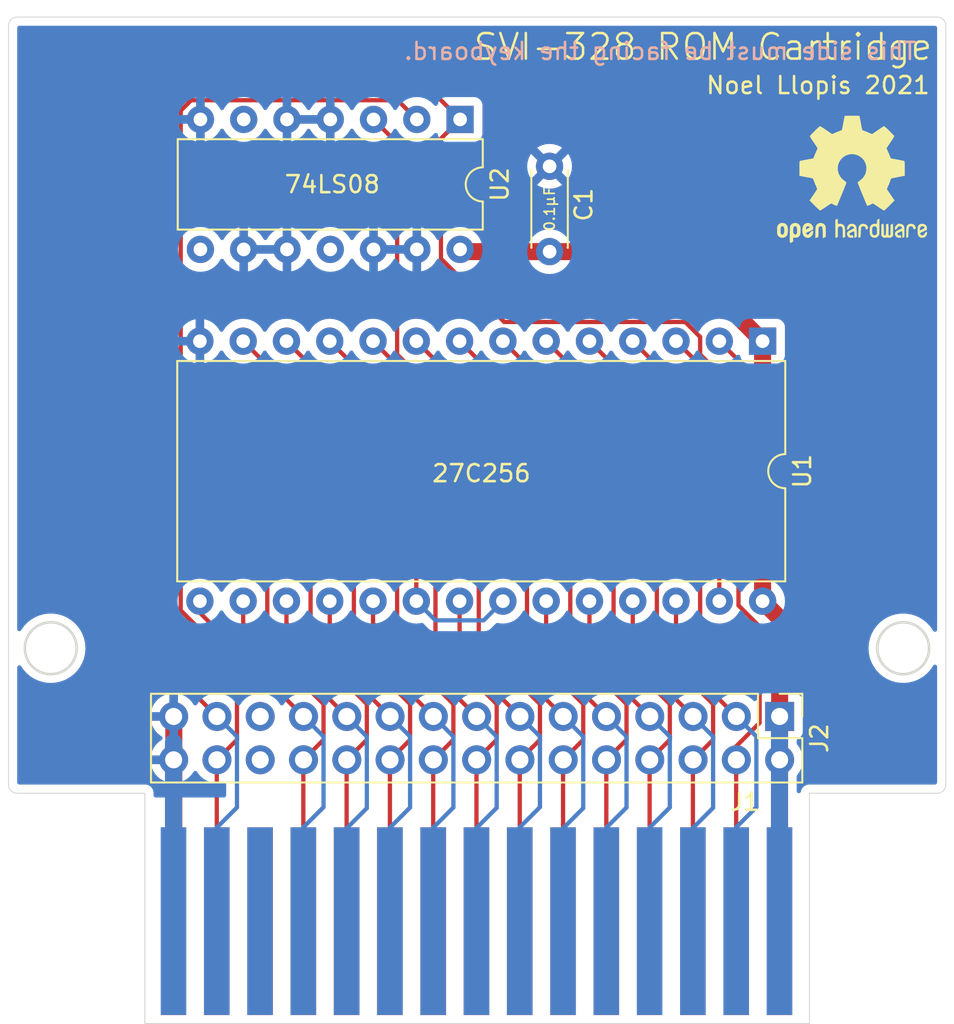
<source format=kicad_pcb>
(kicad_pcb (version 20211014) (generator pcbnew)
  (layers (0 "F.Cu" signal) (31 "B.Cu" signal) (34 "B.Paste" user) (35 "F.Paste" user) (36 "B.SilkS" user "B.Silkscreen") (37 "F.SilkS" user "F.Silkscreen") (38 "B.Mask" user) (39 "F.Mask" user) (44 "Edge.Cuts" user))
  (net 0 "")
  (net 1 "Net-(J1-Pad26)")
  (net 2 "Net-(J1-Pad25)")
  (net 3 "A0")
  (net 4 "A10")
  (net 5 "A3")
  (net 6 "A4")
  (net 7 "A5")
  (net 8 "A6")
  (net 9 "A7")
  (net 10 "VCC")
  (net 11 "CS2")
  (net 12 "CS1")
  (net 13 "GND")
  (net 14 "D2")
  (net 15 "A13")
  (net 16 "D1")
  (net 17 "A8")
  (net 18 "D0")
  (net 19 "A9")
  (net 20 "A11")
  (net 21 "A1")
  (net 22 "A2")
  (net 23 "D7")
  (net 24 "D6")
  (net 25 "D5")
  (net 26 "D4")
  (net 27 "A12")
  (net 28 "D3")
  (net 29 "Net-(U1-Pad20)")
  (net 30 "Net-(J2-Pad26)")
  (net 31 "Net-(J2-Pad25)")
  (net 32 "Net-(U2-Pad8)")
  (net 33 "Net-(U2-Pad11)")
  (net 34 "Net-(U2-Pad6)")
  (footprint "svi328:svi328_cartridge" (layer "F.Cu") (at 134.46 98.127)
    (fp_text reference "J1" (at 15.748 -7.112) (layer "F.SilkS"))
    (fp_text value "Conn_02x15_Odd_Even")
    (pad "1" connect rect locked (at 17.78 -0.127) (size 1.5 11) (layers "B.Cu" "B.Mask") (net 10 "VCC"))
    (pad "2" connect rect locked (at 17.78 -0.127) (size 1.5 11) (layers "F.Cu" "F.Mask") (net 10 "VCC"))
    (pad "3" connect rect locked (at 15.24 -0.127) (size 1.5 11) (layers "B.Cu" "B.Mask") (net 9 "A7"))
    (pad "4" connect rect locked (at 15.24 -0.127) (size 1.5 11) (layers "F.Cu" "F.Mask") (net 27 "A12"))
    (pad "5" connect rect locked (at 12.7 -0.127) (size 1.5 11) (layers "B.Cu" "B.Mask") (net 8 "A6"))
    (pad "6" connect rect locked (at 12.7 -0.127) (size 1.5 11) (layers "F.Cu" "F.Mask") (net 15 "A13"))
    (pad "7" connect rect locked (at 10.16 -0.127) (size 1.5 11) (layers "B.Cu" "B.Mask") (net 7 "A5"))
    (pad "8" connect rect locked (at 10.16 -0.127) (size 1.5 11) (layers "F.Cu" "F.Mask") (net 17 "A8"))
    (pad "9" connect rect locked (at 7.62 -0.127) (size 1.5 11) (layers "B.Cu" "B.Mask") (net 6 "A4"))
    (pad "10" connect rect locked (at 7.62 -0.127) (size 1.5 11) (layers "F.Cu" "F.Mask") (net 19 "A9"))
    (pad "11" connect rect locked (at 5.08 -0.127) (size 1.5 11) (layers "B.Cu" "B.Mask") (net 5 "A3"))
    (pad "12" connect rect locked (at 5.08 -0.127) (size 1.5 11) (layers "F.Cu" "F.Mask") (net 20 "A11"))
    (pad "13" connect rect locked (at 2.54 -0.127) (size 1.5 11) (layers "B.Cu" "B.Mask") (net 4 "A10"))
    (pad "14" connect rect locked (at 2.54 -0.127) (size 1.5 11) (layers "F.Cu" "F.Mask") (net 22 "A2"))
    (pad "15" connect rect locked (at 0 -0.127) (size 1.5 11) (layers "B.Cu" "B.Mask") (net 3 "A0"))
    (pad "16" connect rect locked (at 0 -0.127) (size 1.5 11) (layers "F.Cu" "F.Mask") (net 21 "A1"))
    (pad "17" connect rect locked (at -2.54 -0.127) (size 1.5 11) (layers "B.Cu" "B.Mask") (net 18 "D0"))
    (pad "18" connect rect locked (at -2.54 -0.127) (size 1.5 11) (layers "F.Cu" "F.Mask") (net 23 "D7"))
    (pad "19" connect rect locked (at -5.08 -0.127) (size 1.5 11) (layers "B.Cu" "B.Mask") (net 16 "D1"))
    (pad "20" connect rect locked (at -5.08 -0.127) (size 1.5 11) (layers "F.Cu" "F.Mask") (net 24 "D6"))
    (pad "21" connect rect locked (at -7.62 -0.127) (size 1.5 11) (layers "B.Cu" "B.Mask") (net 14 "D2"))
    (pad "22" connect rect locked (at -7.62 -0.127) (size 1.5 11) (layers "F.Cu" "F.Mask") (net 25 "D5"))
    (pad "23" connect rect locked (at -10.16 -0.127) (size 1.5 11) (layers "B.Cu" "B.Mask") (net 28 "D3"))
    (pad "24" connect rect locked (at -10.16 -0.127) (size 1.5 11) (layers "F.Cu" "F.Mask") (net 26 "D4"))
    (pad "25" connect rect locked (at -12.7 -0.127) (size 1.5 11) (layers "B.Cu" "B.Mask") (net 2 "Net-(J1-Pad25)"))
    (pad "26" connect rect locked (at -12.7 -0.127) (size 1.5 11) (layers "F.Cu" "F.Mask") (net 1 "Net-(J1-Pad26)"))
    (pad "27" connect rect locked (at -15.24 -0.127) (size 1.5 11) (layers "B.Cu" "B.Mask") (net 12 "CS1"))
    (pad "28" connect rect locked (at -15.24 -0.127) (size 1.5 11) (layers "F.Cu" "F.Mask") (net 11 "CS2"))
    (pad "29" connect rect locked (at -17.78 -0.127) (size 1.5 11) (layers "B.Cu" "B.Mask") (net 13 "GND"))
    (pad "30" connect rect locked (at -17.78 -0.127) (size 1.5 11) (layers "F.Cu" "F.Mask") (net 13 "GND"))
  )
  (footprint "Package_DIP:DIP-14_W7.62mm" (layer "F.Cu") (at 133.5 51 -90)
    (fp_text reference "U2" (at 3.81 -2.33 90) (layer "F.SilkS"))
    (fp_text value "74LS08" (at 3.81 7.5 180) (layer "F.SilkS"))
    (pad "1" thru_hole rect locked (at 0 0 270) (size 1.6 1.6) (drill 0.8) (layers *.Cu *.Mask) (net 12 "CS1"))
    (pad "2" thru_hole oval locked (at 0 2.54 270) (size 1.6 1.6) (drill 0.8) (layers *.Cu *.Mask) (net 11 "CS2"))
    (pad "3" thru_hole oval locked (at 0 5.08 270) (size 1.6 1.6) (drill 0.8) (layers *.Cu *.Mask) (net 29 "Net-(U1-Pad20)"))
    (pad "4" thru_hole oval locked (at 0 7.62 270) (size 1.6 1.6) (drill 0.8) (layers *.Cu *.Mask) (net 13 "GND"))
    (pad "5" thru_hole oval locked (at 0 10.16 270) (size 1.6 1.6) (drill 0.8) (layers *.Cu *.Mask) (net 13 "GND"))
    (pad "6" thru_hole oval locked (at 0 12.7 270) (size 1.6 1.6) (drill 0.8) (layers *.Cu *.Mask) (net 34 "Net-(U2-Pad6)"))
    (pad "7" thru_hole oval locked (at 0 15.24 270) (size 1.6 1.6) (drill 0.8) (layers *.Cu *.Mask) (net 13 "GND"))
    (pad "8" thru_hole oval locked (at 7.62 15.24 270) (size 1.6 1.6) (drill 0.8) (layers *.Cu *.Mask) (net 32 "Net-(U2-Pad8)"))
    (pad "9" thru_hole oval locked (at 7.62 12.7 270) (size 1.6 1.6) (drill 0.8) (layers *.Cu *.Mask) (net 13 "GND"))
    (pad "10" thru_hole oval locked (at 7.62 10.16 270) (size 1.6 1.6) (drill 0.8) (layers *.Cu *.Mask) (net 13 "GND"))
    (pad "11" thru_hole oval locked (at 7.62 7.62 270) (size 1.6 1.6) (drill 0.8) (layers *.Cu *.Mask) (net 33 "Net-(U2-Pad11)"))
    (pad "12" thru_hole oval locked (at 7.62 5.08 270) (size 1.6 1.6) (drill 0.8) (layers *.Cu *.Mask) (net 13 "GND"))
    (pad "13" thru_hole oval locked (at 7.62 2.54 270) (size 1.6 1.6) (drill 0.8) (layers *.Cu *.Mask) (net 13 "GND"))
    (pad "14" thru_hole oval locked (at 7.62 0 270) (size 1.6 1.6) (drill 0.8) (layers *.Cu *.Mask) (net 10 "VCC"))
  )
  (footprint "Package_DIP:DIP-28_W15.24mm" (layer "F.Cu") (at 151.25 64 -90)
    (fp_text reference "U1" (at 7.62 -2.33 90) (layer "F.SilkS"))
    (fp_text value "27C256" (at 7.75 16.5 180) (layer "F.SilkS"))
    (pad "1" thru_hole rect locked (at 0 0 270) (size 1.6 1.6) (drill 0.8) (layers *.Cu *.Mask) (net 10 "VCC"))
    (pad "2" thru_hole oval locked (at 0 2.54 270) (size 1.6 1.6) (drill 0.8) (layers *.Cu *.Mask) (net 27 "A12"))
    (pad "3" thru_hole oval locked (at 0 5.08 270) (size 1.6 1.6) (drill 0.8) (layers *.Cu *.Mask) (net 9 "A7"))
    (pad "4" thru_hole oval locked (at 0 7.62 270) (size 1.6 1.6) (drill 0.8) (layers *.Cu *.Mask) (net 8 "A6"))
    (pad "5" thru_hole oval locked (at 0 10.16 270) (size 1.6 1.6) (drill 0.8) (layers *.Cu *.Mask) (net 7 "A5"))
    (pad "6" thru_hole oval locked (at 0 12.7 270) (size 1.6 1.6) (drill 0.8) (layers *.Cu *.Mask) (net 6 "A4"))
    (pad "7" thru_hole oval locked (at 0 15.24 270) (size 1.6 1.6) (drill 0.8) (layers *.Cu *.Mask) (net 5 "A3"))
    (pad "8" thru_hole oval locked (at 0 17.78 270) (size 1.6 1.6) (drill 0.8) (layers *.Cu *.Mask) (net 22 "A2"))
    (pad "9" thru_hole oval locked (at 0 20.32 270) (size 1.6 1.6) (drill 0.8) (layers *.Cu *.Mask) (net 21 "A1"))
    (pad "10" thru_hole oval locked (at 0 22.86 270) (size 1.6 1.6) (drill 0.8) (layers *.Cu *.Mask) (net 3 "A0"))
    (pad "11" thru_hole oval locked (at 0 25.4 270) (size 1.6 1.6) (drill 0.8) (layers *.Cu *.Mask) (net 18 "D0"))
    (pad "12" thru_hole oval locked (at 0 27.94 270) (size 1.6 1.6) (drill 0.8) (layers *.Cu *.Mask) (net 16 "D1"))
    (pad "13" thru_hole oval locked (at 0 30.48 270) (size 1.6 1.6) (drill 0.8) (layers *.Cu *.Mask) (net 14 "D2"))
    (pad "14" thru_hole oval locked (at 0 33.02 270) (size 1.6 1.6) (drill 0.8) (layers *.Cu *.Mask) (net 13 "GND"))
    (pad "15" thru_hole oval locked (at 15.24 33.02 270) (size 1.6 1.6) (drill 0.8) (layers *.Cu *.Mask) (net 28 "D3"))
    (pad "16" thru_hole oval locked (at 15.24 30.48 270) (size 1.6 1.6) (drill 0.8) (layers *.Cu *.Mask) (net 26 "D4"))
    (pad "17" thru_hole oval locked (at 15.24 27.94 270) (size 1.6 1.6) (drill 0.8) (layers *.Cu *.Mask) (net 25 "D5"))
    (pad "18" thru_hole oval locked (at 15.24 25.4 270) (size 1.6 1.6) (drill 0.8) (layers *.Cu *.Mask) (net 24 "D6"))
    (pad "19" thru_hole oval locked (at 15.24 22.86 270) (size 1.6 1.6) (drill 0.8) (layers *.Cu *.Mask) (net 23 "D7"))
    (pad "20" thru_hole oval locked (at 15.24 20.32 270) (size 1.6 1.6) (drill 0.8) (layers *.Cu *.Mask) (net 29 "Net-(U1-Pad20)"))
    (pad "21" thru_hole oval locked (at 15.24 17.78 270) (size 1.6 1.6) (drill 0.8) (layers *.Cu *.Mask) (net 4 "A10"))
    (pad "22" thru_hole oval locked (at 15.24 15.24 270) (size 1.6 1.6) (drill 0.8) (layers *.Cu *.Mask) (net 29 "Net-(U1-Pad20)"))
    (pad "23" thru_hole oval locked (at 15.24 12.7 270) (size 1.6 1.6) (drill 0.8) (layers *.Cu *.Mask) (net 20 "A11"))
    (pad "24" thru_hole oval locked (at 15.24 10.16 270) (size 1.6 1.6) (drill 0.8) (layers *.Cu *.Mask) (net 19 "A9"))
    (pad "25" thru_hole oval locked (at 15.24 7.62 270) (size 1.6 1.6) (drill 0.8) (layers *.Cu *.Mask) (net 17 "A8"))
    (pad "26" thru_hole oval locked (at 15.24 5.08 270) (size 1.6 1.6) (drill 0.8) (layers *.Cu *.Mask) (net 15 "A13"))
    (pad "27" thru_hole oval locked (at 15.24 2.54 270) (size 1.6 1.6) (drill 0.8) (layers *.Cu *.Mask) (net 12 "CS1"))
    (pad "28" thru_hole oval locked (at 15.24 0 270) (size 1.6 1.6) (drill 0.8) (layers *.Cu *.Mask) (net 10 "VCC"))
  )
  (footprint "Capacitor_THT:C_Disc_D4.3mm_W1.9mm_P5.00mm" (layer "F.Cu") (at 138.75 58.75 90)
    (fp_text reference "C1" (at 2.75 2 90) (layer "F.SilkS"))
    (fp_text value "0.1µF" (at 2.5 0 90) (layer "F.SilkS") (effects (font (size 0.6 0.6) (thickness 0.1))))
    (pad "1" thru_hole circle locked (at 0 0 90) (size 1.6 1.6) (drill 0.8) (layers *.Cu *.Mask) (net 10 "VCC"))
    (pad "2" thru_hole circle locked (at 5 0 90) (size 1.6 1.6) (drill 0.8) (layers *.Cu *.Mask) (net 13 "GND"))
  )
  (footprint "Symbol:OSHW-Logo2_9.8x8mm_SilkScreen" (layer "F.Cu") (at 156.5 54.5)
    (fp_text reference "REF**" hide)
    (fp_text value "OSHW-Logo2_9.8x8mm_SilkScreen" hide)
  )
  (footprint "Connector_PinHeader_2.54mm:PinHeader_2x15_P2.54mm_Vertical" (layer "F.Cu") (at 152.25 86 -90)
    (fp_text reference "J2" (at 1.27 -2.33 90) (layer "F.SilkS"))
    (fp_text value "Conn_02x15_Odd_Even")
    (pad "1" thru_hole rect locked (at 0 0 270) (size 1.7 1.7) (drill 1) (layers *.Cu *.Mask) (net 10 "VCC"))
    (pad "2" thru_hole oval locked (at 2.54 0 270) (size 1.7 1.7) (drill 1) (layers *.Cu *.Mask) (net 10 "VCC"))
    (pad "3" thru_hole oval locked (at 0 2.54 270) (size 1.7 1.7) (drill 1) (layers *.Cu *.Mask) (net 9 "A7"))
    (pad "4" thru_hole oval locked (at 2.54 2.54 270) (size 1.7 1.7) (drill 1) (layers *.Cu *.Mask) (net 27 "A12"))
    (pad "5" thru_hole oval locked (at 0 5.08 270) (size 1.7 1.7) (drill 1) (layers *.Cu *.Mask) (net 8 "A6"))
    (pad "6" thru_hole oval locked (at 2.54 5.08 270) (size 1.7 1.7) (drill 1) (layers *.Cu *.Mask) (net 15 "A13"))
    (pad "7" thru_hole oval locked (at 0 7.62 270) (size 1.7 1.7) (drill 1) (layers *.Cu *.Mask) (net 7 "A5"))
    (pad "8" thru_hole oval locked (at 2.54 7.62 270) (size 1.7 1.7) (drill 1) (layers *.Cu *.Mask) (net 17 "A8"))
    (pad "9" thru_hole oval locked (at 0 10.16 270) (size 1.7 1.7) (drill 1) (layers *.Cu *.Mask) (net 6 "A4"))
    (pad "10" thru_hole oval locked (at 2.54 10.16 270) (size 1.7 1.7) (drill 1) (layers *.Cu *.Mask) (net 19 "A9"))
    (pad "11" thru_hole oval locked (at 0 12.7 270) (size 1.7 1.7) (drill 1) (layers *.Cu *.Mask) (net 5 "A3"))
    (pad "12" thru_hole oval locked (at 2.54 12.7 270) (size 1.7 1.7) (drill 1) (layers *.Cu *.Mask) (net 20 "A11"))
    (pad "13" thru_hole oval locked (at 0 15.24 270) (size 1.7 1.7) (drill 1) (layers *.Cu *.Mask) (net 4 "A10"))
    (pad "14" thru_hole oval locked (at 2.54 15.24 270) (size 1.7 1.7) (drill 1) (layers *.Cu *.Mask) (net 22 "A2"))
    (pad "15" thru_hole oval locked (at 0 17.78 270) (size 1.7 1.7) (drill 1) (layers *.Cu *.Mask) (net 3 "A0"))
    (pad "16" thru_hole oval locked (at 2.54 17.78 270) (size 1.7 1.7) (drill 1) (layers *.Cu *.Mask) (net 21 "A1"))
    (pad "17" thru_hole oval locked (at 0 20.32 270) (size 1.7 1.7) (drill 1) (layers *.Cu *.Mask) (net 18 "D0"))
    (pad "18" thru_hole oval locked (at 2.54 20.32 270) (size 1.7 1.7) (drill 1) (layers *.Cu *.Mask) (net 23 "D7"))
    (pad "19" thru_hole oval locked (at 0 22.86 270) (size 1.7 1.7) (drill 1) (layers *.Cu *.Mask) (net 16 "D1"))
    (pad "20" thru_hole oval locked (at 2.54 22.86 270) (size 1.7 1.7) (drill 1) (layers *.Cu *.Mask) (net 24 "D6"))
    (pad "21" thru_hole oval locked (at 0 25.4 270) (size 1.7 1.7) (drill 1) (layers *.Cu *.Mask) (net 14 "D2"))
    (pad "22" thru_hole oval locked (at 2.54 25.4 270) (size 1.7 1.7) (drill 1) (layers *.Cu *.Mask) (net 25 "D5"))
    (pad "23" thru_hole oval locked (at 0 27.94 270) (size 1.7 1.7) (drill 1) (layers *.Cu *.Mask) (net 28 "D3"))
    (pad "24" thru_hole oval locked (at 2.54 27.94 270) (size 1.7 1.7) (drill 1) (layers *.Cu *.Mask) (net 26 "D4"))
    (pad "25" thru_hole oval locked (at 0 30.48 270) (size 1.7 1.7) (drill 1) (layers *.Cu *.Mask) (net 31 "Net-(J2-Pad25)"))
    (pad "26" thru_hole oval locked (at 2.54 30.48 270) (size 1.7 1.7) (drill 1) (layers *.Cu *.Mask) (net 30 "Net-(J2-Pad26)"))
    (pad "27" thru_hole oval locked (at 0 33.02 270) (size 1.7 1.7) (drill 1) (layers *.Cu *.Mask) (net 12 "CS1"))
    (pad "28" thru_hole oval locked (at 2.54 33.02 270) (size 1.7 1.7) (drill 1) (layers *.Cu *.Mask) (net 11 "CS2"))
    (pad "29" thru_hole oval locked (at 0 35.56 270) (size 1.7 1.7) (drill 1) (layers *.Cu *.Mask) (net 13 "GND"))
    (pad "30" thru_hole oval locked (at 2.54 35.56 270) (size 1.7 1.7) (drill 1) (layers *.Cu *.Mask) (net 13 "GND"))
  )
  (gr_line (start 161.5 90.5) (end 154 90.5) (layer "Edge.Cuts") (width 0.05))
  (gr_circle (center 159.5 82) (end 161.020691 82) (layer "Edge.Cuts") (width 0.15) (fill none))
  (gr_line (start 154 104) (end 154 90.5) (layer "Edge.Cuts") (width 0.05))
  (gr_line (start 115 104) (end 115 90.5) (layer "Edge.Cuts") (width 0.05))
  (gr_arc (start 162 90) (mid 161.853553 90.353553) (end 161.5 90.5) (layer "Edge.Cuts") (width 0.05))
  (gr_line (start 107.5 45) (end 161.5 45) (layer "Edge.Cuts") (width 0.05))
  (gr_line (start 107 90) (end 107 45.5) (layer "Edge.Cuts") (width 0.05))
  (gr_line (start 115 90.5) (end 107.5 90.5) (layer "Edge.Cuts") (width 0.05))
  (gr_circle (center 109.479309 82) (end 111 82) (layer "Edge.Cuts") (width 0.15) (fill none))
  (gr_arc (start 161.5 45) (mid 161.853553 45.146447) (end 162 45.5) (layer "Edge.Cuts") (width 0.05))
  (gr_arc (start 107 45.5) (mid 107.146447 45.146447) (end 107.5 45) (layer "Edge.Cuts") (width 0.05))
  (gr_line (start 115 104) (end 154 104) (layer "Edge.Cuts") (width 0.05))
  (gr_line (start 162 45.5) (end 162 90) (layer "Edge.Cuts") (width 0.05))
  (gr_arc (start 107.5 90.5) (mid 107.146447 90.353553) (end 107 90) (layer "Edge.Cuts") (width 0.05))
  (gr_text "This side must be facing the keyboard." (at 145.25 47) (layer "B.SilkS") (effects (font (size 1 1)) (justify mirror)))
  (gr_text "SVI-328 ROM Cartridge" (at 147.75 46.75) (layer "F.SilkS") (effects (font (size 1.5 1.5))))
  (gr_text "Noel Llopis 2021" (at 154.5 49) (layer "F.SilkS") (effects (font (size 1 1))))
  (segment (start 129.804999 81.334999) (end 129.804999 65.414999) (width 0.25) (layer "F.Cu") (net 3))
  (segment (start 129.804999 65.414999) (end 128.39 64) (width 0.25) (layer "F.Cu") (net 3))
  (segment (start 134.47 86) (end 129.804999 81.334999) (width 0.25) (layer "F.Cu") (net 3))
  (segment (start 135.645001 91.354999) (end 135.645001 87.175001) (width 0.25) (layer "B.Cu") (net 3))
  (segment (start 134.46 98) (end 134.46 92.54) (width 0.25) (layer "B.Cu") (net 3))
  (segment (start 135.645001 87.175001) (end 134.47 86) (width 0.25) (layer "B.Cu") (net 3))
  (segment (start 134.46 92.54) (end 135.645001 91.354999) (width 0.25) (layer "B.Cu") (net 3))
  (segment (start 137.01 86) (end 133.47 82.46) (width 0.25) (layer "F.Cu") (net 4))
  (segment (start 133.47 82.46) (end 133.47 79.24) (width 0.25) (layer "F.Cu") (net 4))
  (segment (start 138.185001 91.314999) (end 138.185001 87.175001) (width 0.25) (layer "B.Cu") (net 4))
  (segment (start 138.185001 87.175001) (end 137.01 86) (width 0.25) (layer "B.Cu") (net 4))
  (segment (start 137 98) (end 137 92.5) (width 0.25) (layer "B.Cu") (net 4))
  (segment (start 137 92.5) (end 138.185001 91.314999) (width 0.25) (layer "B.Cu") (net 4))
  (segment (start 137.424999 83.874999) (end 137.424999 65.414999) (width 0.25) (layer "F.Cu") (net 5))
  (segment (start 137.424999 65.414999) (end 136.01 64) (width 0.25) (layer "F.Cu") (net 5))
  (segment (start 139.55 86) (end 137.424999 83.874999) (width 0.25) (layer "F.Cu") (net 5))
  (segment (start 139.54 98) (end 139.54 92.56) (width 0.25) (layer "B.Cu") (net 5))
  (segment (start 140.725001 87.175001) (end 139.55 86) (width 0.25) (layer "B.Cu") (net 5))
  (segment (start 139.54 92.56) (end 140.725001 91.374999) (width 0.25) (layer "B.Cu") (net 5))
  (segment (start 140.725001 91.374999) (end 140.725001 87.175001) (width 0.25) (layer "B.Cu") (net 5))
  (segment (start 142.09 86) (end 139.964999 83.874999) (width 0.25) (layer "F.Cu") (net 6))
  (segment (start 139.964999 83.874999) (end 139.964999 65.414999) (width 0.25) (layer "F.Cu") (net 6))
  (segment (start 139.964999 65.414999) (end 138.55 64) (width 0.25) (layer "F.Cu") (net 6))
  (segment (start 142.08 92.52) (end 143.265001 91.334999) (width 0.25) (layer "B.Cu") (net 6))
  (segment (start 142.08 98) (end 142.08 92.52) (width 0.25) (layer "B.Cu") (net 6))
  (segment (start 143.265001 91.334999) (end 143.265001 87.175001) (width 0.25) (layer "B.Cu") (net 6))
  (segment (start 143.265001 87.175001) (end 142.09 86) (width 0.25) (layer "B.Cu") (net 6))
  (segment (start 142.504999 83.874999) (end 142.504999 65.414999) (width 0.25) (layer "F.Cu") (net 7))
  (segment (start 142.504999 65.414999) (end 141.09 64) (width 0.25) (layer "F.Cu") (net 7))
  (segment (start 144.63 86) (end 142.504999 83.874999) (width 0.25) (layer "F.Cu") (net 7))
  (segment (start 144.62 92.52) (end 145.805001 91.334999) (width 0.25) (layer "B.Cu") (net 7))
  (segment (start 145.805001 87.175001) (end 144.63 86) (width 0.25) (layer "B.Cu") (net 7))
  (segment (start 145.805001 91.334999) (end 145.805001 87.175001) (width 0.25) (layer "B.Cu") (net 7))
  (segment (start 144.62 98) (end 144.62 92.52) (width 0.25) (layer "B.Cu") (net 7))
  (segment (start 145.044999 83.874999) (end 145.044999 65.414999) (width 0.25) (layer "F.Cu") (net 8))
  (segment (start 147.17 86) (end 145.044999 83.874999) (width 0.25) (layer "F.Cu") (net 8))
  (segment (start 145.044999 65.414999) (end 143.63 64) (width 0.25) (layer "F.Cu") (net 8))
  (segment (start 148.345001 91.354999) (end 148.345001 87.175001) (width 0.25) (layer "B.Cu") (net 8))
  (segment (start 147.16 98) (end 147.16 92.54) (width 0.25) (layer "B.Cu") (net 8))
  (segment (start 148.345001 87.175001) (end 147.17 86) (width 0.25) (layer "B.Cu") (net 8))
  (segment (start 147.16 92.54) (end 148.345001 91.354999) (width 0.25) (layer "B.Cu") (net 8))
  (segment (start 147.584999 83.874999) (end 147.584999 65.414999) (width 0.25) (layer "F.Cu") (net 9))
  (segment (start 147.584999 65.414999) (end 146.17 64) (width 0.25) (layer "F.Cu") (net 9))
  (segment (start 149.71 86) (end 147.584999 83.874999) (width 0.25) (layer "F.Cu") (net 9))
  (segment (start 150.885001 91.314999) (end 150.885001 87.175001) (width 0.25) (layer "B.Cu") (net 9))
  (segment (start 149.7 98) (end 149.7 92.5) (width 0.25) (layer "B.Cu") (net 9))
  (segment (start 149.7 92.5) (end 150.885001 91.314999) (width 0.25) (layer "B.Cu") (net 9))
  (segment (start 150.885001 87.175001) (end 149.71 86) (width 0.25) (layer "B.Cu") (net 9))
  (segment (start 152.25 87.5) (end 152.25 80.24) (width 1) (layer "F.Cu") (net 10))
  (segment (start 152.24 98) (end 152.24 87.51) (width 1) (layer "F.Cu") (net 10))
  (segment (start 152.24 86.01) (end 152.25 86) (width 0.25) (layer "F.Cu") (net 10))
  (segment (start 152.25 80.24) (end 151.25 79.24) (width 1) (layer "F.Cu") (net 10))
  (segment (start 146 58.75) (end 138.75 58.75) (width 1) (layer "F.Cu") (net 10))
  (segment (start 138.75 58.75) (end 133.63 58.75) (width 1) (layer "F.Cu") (net 10))
  (segment (start 133.63 58.75) (end 133.5 58.62) (width 0.25) (layer "F.Cu") (net 10))
  (segment (start 151.25 64) (end 146 58.75) (width 1) (layer "F.Cu") (net 10))
  (segment (start 151.25 79.24) (end 151.25 64) (width 1) (layer "F.Cu") (net 10))
  (segment (start 152.24 88.55) (end 152.25 88.54) (width 0.25) (layer "B.Cu") (net 10))
  (segment (start 133.63 58.75) (end 133.5 58.62) (width 0.25) (layer "B.Cu") (net 10))
  (segment (start 152.24 98) (end 152.24 86.01) (width 1) (layer "B.Cu") (net 10))
  (segment (start 152.24 86.01) (end 152.25 86) (width 0.25) (layer "B.Cu") (net 10))
  (segment (start 117.104999 79.780001) (end 117.104999 50.489999) (width 0.25) (layer "F.Cu") (net 11))
  (segment (start 117.104999 50.489999) (end 117.719999 49.874999) (width 0.25) (layer "F.Cu") (net 11))
  (segment (start 129.834999 49.874999) (end 130.96 51) (width 0.25) (layer "F.Cu") (net 11))
  (segment (start 119.22 98) (end 119.22 88.55) (width 0.25) (layer "F.Cu") (net 11))
  (segment (start 120.405001 83.080003) (end 117.104999 79.780001) (width 0.25) (layer "F.Cu") (net 11))
  (segment (start 117.719999 49.874999) (end 129.834999 49.874999) (width 0.25) (layer "F.Cu") (net 11))
  (segment (start 120.405001 87.364999) (end 120.405001 83.080003) (width 0.25) (layer "F.Cu") (net 11))
  (segment (start 119.23 88.54) (end 120.405001 87.364999) (width 0.25) (layer "F.Cu") (net 11))
  (segment (start 119.22 88.55) (end 119.23 88.54) (width 0.25) (layer "F.Cu") (net 11))
  (segment (start 117.533599 49.424989) (end 131.924989 49.424989) (width 0.25) (layer "F.Cu") (net 12))
  (segment (start 131.924989 49.424989) (end 133.5 51) (width 0.25) (layer "F.Cu") (net 12))
  (segment (start 132.374999 52.125001) (end 132.374999 59.160001) (width 0.25) (layer "F.Cu") (net 12))
  (segment (start 116.65499 83.42499) (end 116.65499 50.303598) (width 0.25) (layer "F.Cu") (net 12))
  (segment (start 133.5 51) (end 132.374999 52.125001) (width 0.25) (layer "F.Cu") (net 12))
  (segment (start 132.374999 59.160001) (end 136.089997 62.874999) (width 0.25) (layer "F.Cu") (net 12))
  (segment (start 147.584999 63.749997) (end 147.584999 64.778589) (width 0.25) (layer "F.Cu") (net 12))
  (segment (start 136.089997 62.874999) (end 146.710001 62.874999) (width 0.25) (layer "F.Cu") (net 12))
  (segment (start 119.23 86) (end 116.65499 83.42499) (width 0.25) (layer "F.Cu") (net 12))
  (segment (start 146.710001 62.874999) (end 147.584999 63.749997) (width 0.25) (layer "F.Cu") (net 12))
  (segment (start 148.71 65.90359) (end 148.71 79.24) (width 0.25) (layer "F.Cu") (net 12))
  (segment (start 147.584999 64.778589) (end 148.71 65.90359) (width 0.25) (layer "F.Cu") (net 12))
  (segment (start 116.65499 50.303598) (end 117.533599 49.424989) (width 0.25) (layer "F.Cu") (net 12))
  (segment (start 120.405001 87.175001) (end 119.23 86) (width 0.25) (layer "B.Cu") (net 12))
  (segment (start 120.405001 91.334999) (end 120.405001 87.175001) (width 0.25) (layer "B.Cu") (net 12))
  (segment (start 119.22 92.52) (end 120.405001 91.334999) (width 0.25) (layer "B.Cu") (net 12))
  (segment (start 119.22 98) (end 119.22 92.52) (width 0.25) (layer "B.Cu") (net 12))
  (segment (start 116.7 97.19) (end 116.7 86.7) (width 1) (layer "F.Cu") (net 13))
  (segment (start 116.68 86.01) (end 116.69 86) (width 0.25) (layer "F.Cu") (net 13))
  (segment (start 116.68 98) (end 116.68 87.51) (width 1) (layer "B.Cu") (net 13))
  (segment (start 116.68 86.01) (end 116.69 86) (width 0.25) (layer "B.Cu") (net 13))
  (segment (start 116.68 88.55) (end 116.69 88.54) (width 0.25) (layer "B.Cu") (net 13))
  (segment (start 122.184999 81.334999) (end 122.184999 65.414999) (width 0.25) (layer "F.Cu") (net 14))
  (segment (start 126.85 86) (end 122.184999 81.334999) (width 0.25) (layer "F.Cu") (net 14))
  (segment (start 122.184999 65.414999) (end 120.77 64) (width 0.25) (layer "F.Cu") (net 14))
  (segment (start 128.025001 87.175001) (end 126.85 86) (width 0.25) (layer "B.Cu") (net 14))
  (segment (start 128.025001 91.374999) (end 128.025001 87.175001) (width 0.25) (layer "B.Cu") (net 14))
  (segment (start 126.84 98) (end 126.84 92.56) (width 0.25) (layer "B.Cu") (net 14))
  (segment (start 126.84 92.56) (end 128.025001 91.374999) (width 0.25) (layer "B.Cu") (net 14))
  (segment (start 148.345001 85.275001) (end 146.17 83.1) (width 0.25) (layer "F.Cu") (net 15))
  (segment (start 147.17 88.54) (end 148.345001 87.364999) (width 0.25) (layer "F.Cu") (net 15))
  (segment (start 148.345001 87.364999) (end 148.345001 85.271411) (width 0.25) (layer "F.Cu") (net 15))
  (segment (start 147.16 98) (end 147.16 88.55) (width 0.25) (layer "F.Cu") (net 15))
  (segment (start 147.16 88.55) (end 147.17 88.54) (width 0.25) (layer "F.Cu") (net 15))
  (segment (start 146.17 83.1) (end 146.17 79.24) (width 0.25) (layer "F.Cu") (net 15))
  (segment (start 129.39 86) (end 124.724999 81.334999) (width 0.25) (layer "F.Cu") (net 16))
  (segment (start 124.724999 81.334999) (end 124.724999 65.414999) (width 0.25) (layer "F.Cu") (net 16))
  (segment (start 124.724999 65.414999) (end 123.31 64) (width 0.25) (layer "F.Cu") (net 16))
  (segment (start 130.565001 87.175001) (end 129.39 86) (width 0.25) (layer "B.Cu") (net 16))
  (segment (start 129.38 92.52) (end 130.565001 91.334999) (width 0.25) (layer "B.Cu") (net 16))
  (segment (start 129.38 98) (end 129.38 92.52) (width 0.25) (layer "B.Cu") (net 16))
  (segment (start 130.565001 91.334999) (end 130.565001 87.175001) (width 0.25) (layer "B.Cu") (net 16))
  (segment (start 144.62 98) (end 144.62 88.55) (width 0.25) (layer "F.Cu") (net 17))
  (segment (start 143.63 83.09641) (end 143.63 79.24) (width 0.25) (layer "F.Cu") (net 17))
  (segment (start 145.805001 87.364999) (end 145.805001 85.271411) (width 0.25) (layer "F.Cu") (net 17))
  (segment (start 145.805001 85.271411) (end 143.63 83.09641) (width 0.25) (layer "F.Cu") (net 17))
  (segment (start 144.63 88.54) (end 145.805001 87.364999) (width 0.25) (layer "F.Cu") (net 17))
  (segment (start 144.62 88.55) (end 144.63 88.54) (width 0.25) (layer "F.Cu") (net 17))
  (segment (start 127.264999 81.334999) (end 127.264999 65.414999) (width 0.25) (layer "F.Cu") (net 18))
  (segment (start 131.93 86) (end 127.264999 81.334999) (width 0.25) (layer "F.Cu") (net 18))
  (segment (start 127.264999 65.414999) (end 125.85 64) (width 0.25) (layer "F.Cu") (net 18))
  (segment (start 131.92 98) (end 131.92 92.52) (width 0.25) (layer "B.Cu") (net 18))
  (segment (start 133.105001 87.175001) (end 131.93 86) (width 0.25) (layer "B.Cu") (net 18))
  (segment (start 133.105001 91.334999) (end 133.105001 87.175001) (width 0.25) (layer "B.Cu") (net 18))
  (segment (start 131.92 92.52) (end 133.105001 91.334999) (width 0.25) (layer "B.Cu") (net 18))
  (segment (start 143.265001 87.364999) (end 143.265001 85.271411) (width 0.25) (layer "F.Cu") (net 19))
  (segment (start 143.265001 85.271411) (end 141.09 83.09641) (width 0.25) (layer "F.Cu") (net 19))
  (segment (start 142.08 88.55) (end 142.09 88.54) (width 0.25) (layer "F.Cu") (net 19))
  (segment (start 142.09 88.54) (end 143.265001 87.364999) (width 0.25) (layer "F.Cu") (net 19))
  (segment (start 141.09 83.09641) (end 141.09 79.24) (width 0.25) (layer "F.Cu") (net 19))
  (segment (start 142.08 98) (end 142.08 88.55) (width 0.25) (layer "F.Cu") (net 19))
  (segment (start 139.54 98) (end 139.54 88.55) (width 0.25) (layer "F.Cu") (net 20))
  (segment (start 139.54 88.55) (end 139.55 88.54) (width 0.25) (layer "F.Cu") (net 20))
  (segment (start 139.55 88.54) (end 140.725001 87.364999) (width 0.25) (layer "F.Cu") (net 20))
  (segment (start 138.55 83.09641) (end 138.55 79.24) (width 0.25) (layer "F.Cu") (net 20))
  (segment (start 140.725001 87.364999) (end 140.725001 85.271411) (width 0.25) (layer "F.Cu") (net 20))
  (segment (start 140.725001 85.271411) (end 138.55 83.09641) (width 0.25) (layer "F.Cu") (net 20))
  (segment (start 135.645001 85.271411) (end 132.055001 81.681411) (width 0.25) (layer "F.Cu") (net 21))
  (segment (start 134.46 98) (end 134.46 88.55) (width 0.25) (layer "F.Cu") (net 21))
  (segment (start 132.055001 65.125001) (end 130.93 64) (width 0.25) (layer "F.Cu") (net 21))
  (segment (start 132.055001 81.681411) (end 132.055001 65.125001) (width 0.25) (layer "F.Cu") (net 21))
  (segment (start 134.47 88.54) (end 135.645001 87.364999) (width 0.25) (layer "F.Cu") (net 21))
  (segment (start 135.645001 87.364999) (end 135.645001 85.271411) (width 0.25) (layer "F.Cu") (net 21))
  (segment (start 134.46 88.55) (end 134.47 88.54) (width 0.25) (layer "F.Cu") (net 21))
  (segment (start 137 88.55) (end 137.01 88.54) (width 0.25) (layer "F.Cu") (net 22))
  (segment (start 137.01 88.54) (end 138.185001 87.364999) (width 0.25) (layer "F.Cu") (net 22))
  (segment (start 134.595001 81.681411) (end 134.595001 65.125001) (width 0.25) (layer "F.Cu") (net 22))
  (segment (start 134.595001 65.125001) (end 133.47 64) (width 0.25) (layer "F.Cu") (net 22))
  (segment (start 138.185001 85.271411) (end 134.595001 81.681411) (width 0.25) (layer "F.Cu") (net 22))
  (segment (start 137 98) (end 137 88.55) (width 0.25) (layer "F.Cu") (net 22))
  (segment (start 138.185001 87.364999) (end 138.185001 85.271411) (width 0.25) (layer "F.Cu") (net 22))
  (segment (start 128.39 80.55641) (end 128.39 79.24) (width 0.25) (layer "F.Cu") (net 23))
  (segment (start 131.92 98) (end 131.92 88.55) (width 0.25) (layer "F.Cu") (net 23))
  (segment (start 133.105001 85.271411) (end 128.39 80.55641) (width 0.25) (layer "F.Cu") (net 23))
  (segment (start 131.93 88.54) (end 133.105001 87.364999) (width 0.25) (layer "F.Cu") (net 23))
  (segment (start 131.92 88.55) (end 131.93 88.54) (width 0.25) (layer "F.Cu") (net 23))
  (segment (start 133.105001 87.364999) (end 133.105001 85.271411) (width 0.25) (layer "F.Cu") (net 23))
  (segment (start 129.38 88.55) (end 129.39 88.54) (width 0.25) (layer "F.Cu") (net 24))
  (segment (start 130.565001 87.364999) (end 130.565001 85.271411) (width 0.25) (layer "F.Cu") (net 24))
  (segment (start 125.85 80.55641) (end 125.85 79.24) (width 0.25) (layer "F.Cu") (net 24))
  (segment (start 129.38 98) (end 129.38 88.55) (width 0.25) (layer "F.Cu") (net 24))
  (segment (start 129.39 88.54) (end 130.565001 87.364999) (width 0.25) (layer "F.Cu") (net 24))
  (segment (start 130.565001 85.271411) (end 125.85 80.55641) (width 0.25) (layer "F.Cu") (net 24))
  (segment (start 128.025001 87.364999) (end 128.025001 85.271411) (width 0.25) (layer "F.Cu") (net 25))
  (segment (start 128.025001 85.271411) (end 123.31 80.55641) (width 0.25) (layer "F.Cu") (net 25))
  (segment (start 126.84 88.55) (end 126.85 88.54) (width 0.25) (layer "F.Cu") (net 25))
  (segment (start 126.84 98) (end 126.84 88.55) (width 0.25) (layer "F.Cu") (net 25))
  (segment (start 126.85 88.54) (end 128.025001 87.364999) (width 0.25) (layer "F.Cu") (net 25))
  (segment (start 123.31 80.55641) (end 123.31 79.24) (width 0.25) (layer "F.Cu") (net 25))
  (segment (start 124.31 88.54) (end 125.485001 87.364999) (width 0.25) (layer "F.Cu") (net 26))
  (segment (start 120.77 80.55641) (end 120.77 79.24) (width 0.25) (layer "F.Cu") (net 26))
  (segment (start 124.3 98) (end 124.3 88.55) (width 0.25) (layer "F.Cu") (net 26))
  (segment (start 124.3 88.55) (end 124.31 88.54) (width 0.25) (layer "F.Cu") (net 26))
  (segment (start 125.485001 85.271411) (end 120.77 80.55641) (width 0.25) (layer "F.Cu") (net 26))
  (segment (start 125.485001 87.364999) (end 125.485001 85.271411) (width 0.25) (layer "F.Cu") (net 26))
  (segment (start 149.71 87.739002) (end 151.074999 86.374003) (width 0.25) (layer "F.Cu") (net 27))
  (segment (start 149.835001 65.125001) (end 148.71 64) (width 0.25) (layer "F.Cu") (net 27))
  (segment (start 151.074999 86.374003) (end 151.074999 80.730001) (width 0.25) (layer "F.Cu") (net 27))
  (segment (start 149.835001 79.490003) (end 149.835001 65.125001) (width 0.25) (layer "F.Cu") (net 27))
  (segment (start 149.71 88.54) (end 149.71 87.739002) (width 0.25) (layer "F.Cu") (net 27))
  (segment (start 151.074999 80.730001) (end 149.835001 79.490003) (width 0.25) (layer "F.Cu") (net 27))
  (segment (start 149.7 98) (end 149.7 88.55) (width 0.25) (layer "F.Cu") (net 27))
  (segment (start 149.7 88.55) (end 149.71 88.54) (width 0.25) (layer "F.Cu") (net 27))
  (segment (start 124.31 86) (end 118.23 79.92) (width 0.25) (layer "F.Cu") (net 28))
  (segment (start 118.23 79.92) (end 118.23 79.24) (width 0.25) (layer "F.Cu") (net 28))
  (segment (start 124.3 92.5) (end 125.485001 91.314999) (width 0.25) (layer "B.Cu") (net 28))
  (segment (start 125.485001 87.175001) (end 124.31 86) (width 0.25) (layer "B.Cu") (net 28))
  (segment (start 125.485001 91.314999) (end 125.485001 87.175001) (width 0.25) (layer "B.Cu") (net 28))
  (segment (start 124.3 98) (end 124.3 92.5) (width 0.25) (layer "B.Cu") (net 28))
  (segment (start 129.804999 64.778589) (end 130.93 65.90359) (width 0.25) (layer "F.Cu") (net 29))
  (segment (start 130.93 65.90359) (end 130.93 79.24) (width 0.25) (layer "F.Cu") (net 29))
  (segment (start 129.804999 52.384999) (end 129.804999 64.778589) (width 0.25) (layer "F.Cu") (net 29))
  (segment (start 128.42 51) (end 129.804999 52.384999) (width 0.25) (layer "F.Cu") (net 29))
  (segment (start 132.055001 80.365001) (end 134.884999 80.365001) (width 0.25) (layer "B.Cu") (net 29))
  (segment (start 134.884999 80.365001) (end 136.01 79.24) (width 0.25) (layer "B.Cu") (net 29))
  (segment (start 130.93 79.24) (end 132.055001 80.365001) (width 0.25) (layer "B.Cu") (net 29))
  (zone (net 13) (net_name "GND") (layer "B.Cu") (connect_pads (clearance 0.508)) (min_thickness 0.254) (fill yes (thermal_gap 0.508) (thermal_bridge_width 0.508))
    (polygon (pts (xy 162.5 90.75) (xy 106.75 90.75) (xy 106.5 44.25) (xy 162.25 44)))
  )
)
</source>
